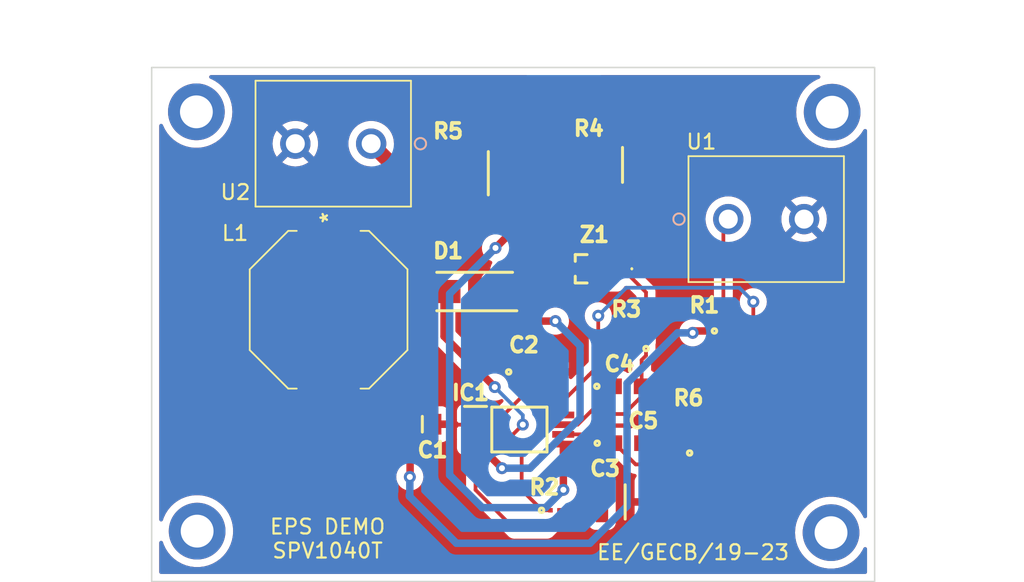
<source format=kicad_pcb>
(kicad_pcb (version 20211014) (generator pcbnew)
  (layers (0 "F.Cu" signal) (31 "B.Cu" signal) (34 "B.Paste" user) (35 "F.Paste" user) (36 "B.SilkS" user "B.Silkscreen") (37 "F.SilkS" user "F.Silkscreen") (38 "B.Mask" user) (39 "F.Mask" user) (44 "Edge.Cuts" user))
  (net 0 "")
  (net 1 "GND")
  (net 2 "Net-(C1-Pad2)")
  (net 3 "Net-(C2-Pad1)")
  (net 4 "Net-(C3-Pad1)")
  (net 5 "Net-(C4-Pad1)")
  (net 6 "Net-(C4-Pad2)")
  (net 7 "Net-(C5-Pad1)")
  (net 8 "Net-(R3-Pad2)")
  (net 9 "Net-(IC1-Pad3)")
  (footprint "myfootprints:SRU1038-100Y" (layer "F.Cu") (at 110.89025 114.0208 -90)
    (fp_text reference "L1" (at -5.131 6.26765 180) (layer "F.SilkS"))
    (fp_text value "SRU1038-100Y" hide)
    (fp_text user "*" (at -6.1722 0 90) (layer "F.SilkS"))
    (fp_text user "*" (at -6.1722 0 90) (layer "F.SilkS"))
    (fp_line (start -2.7051 5.2832) (end 2.7051 5.2832) (layer "F.SilkS") (width 0.12))
    (fp_line (start -2.7051 -5.2832) (end -5.2832 -2.7051) (layer "F.SilkS") (width 0.12))
    (fp_line (start 5.2832 -2.7051) (end 2.7051 -5.2832) (layer "F.SilkS") (width 0.12))
    (fp_line (start -5.2832 2.7051) (end -2.7051 5.2832) (layer "F.SilkS") (width 0.12))
    (fp_line (start 2.7051 -5.2832) (end -2.7051 -5.2832) (layer "F.SilkS") (width 0.12))
    (fp_line (start 2.7051 5.2832) (end 5.2832 2.7051) (layer "F.SilkS") (width 0.12))
    (fp_line (start -5.2832 2.13614) (end -5.2832 2.7051) (layer "F.SilkS") (width 0.12))
    (fp_line (start 5.2832 -2.13614) (end 5.2832 -2.7051) (layer "F.SilkS") (width 0.12))
    (fp_line (start 5.2832 2.7051) (end 5.2832 2.13614) (layer "F.SilkS") (width 0.12))
    (fp_line (start -5.2832 -2.7051) (end -5.2832 -2.13614) (layer "F.SilkS") (width 0.12))
    (pad "1" smd rect locked (at -4.4958 0 270) (size 1.8034 3.6068) (layers "F.Cu" "F.Paste" "F.Mask") (net 9 "Net-(IC1-Pad3)"))
    (pad "2" smd rect locked (at 4.4958 0 270) (size 1.8034 3.6068) (layers "F.Cu" "F.Paste" "F.Mask") (net 2 "Net-(C1-Pad2)"))
  )
  (footprint "MountingHole:MountingHole_2.2mm_M2_DIN965_Pad" (layer "F.Cu") (at 144.5514 128.9558)
    (fp_text reference "REF**" hide)
    (fp_text value "MountingHole_2.2mm_M2_DIN965_Pad" hide)
    (pad "1" thru_hole circle (at 0 0) (size 3.8 3.8) (drill 2.2) (layers *.Cu *.Mask))
  )
  (footprint "myfootprints:STPS2150A" (layer "F.Cu") (at 120.6754 112.8014 180)
    (fp_text reference "D1" (at 1.778 2.7178) (layer "F.SilkS") (effects (font (thickness 0.25))))
    (fp_text value "STPS2150A" hide)
    (fp_line (start -2.538 1.288) (end 2.538 1.288) (layer "F.SilkS") (width 0.2))
    (fp_line (start 2.538 -1.288) (end -2.825 -1.288) (layer "F.SilkS") (width 0.2))
    (pad "1" smd rect locked (at -2.05 0 270) (size 1.55 2.2) (layers "F.Cu" "F.Paste" "F.Mask") (net 4 "Net-(C3-Pad1)"))
    (pad "2" smd rect locked (at 2.05 0 270) (size 1.55 2.2) (layers "F.Cu" "F.Paste" "F.Mask") (net 9 "Net-(IC1-Pad3)"))
  )
  (footprint "myfootprints:WSL2010R1100FEA" (layer "F.Cu") (at 130.5814 104.3178)
    (fp_text reference "R4" (at -2.2606 -2.4384) (layer "F.SilkS") (effects (font (thickness 0.25))))
    (fp_text value "WSL2010R1100FEA" hide)
    (fp_line (start 0 -1.17) (end 0 1.17) (layer "F.SilkS") (width 0.2))
    (pad "1" smd rect locked (at -2.4 0) (size 1.2 2.8) (layers "F.Cu" "F.Paste" "F.Mask") (net 4 "Net-(C3-Pad1)"))
    (pad "2" smd rect locked (at 2.4 0) (size 1.2 2.8) (layers "F.Cu" "F.Paste" "F.Mask") (net 8 "Net-(R3-Pad2)"))
  )
  (footprint "myfootprints:SMM4F5.0A-TR" (layer "F.Cu") (at 129.3054 111.2774)
    (fp_text reference "Z1" (at -0.6036 -2.286) (layer "F.SilkS") (effects (font (thickness 0.25))))
    (fp_text value "SMM4F5.0A-TR" hide)
    (fp_line (start -1.89 -0.95) (end -1.89 -0.5) (layer "F.SilkS") (width 0.2))
    (fp_line (start -1.89 0.95) (end -1.1 0.95) (layer "F.SilkS") (width 0.2))
    (fp_line (start -1.1 -0.95) (end -1.89 -0.95) (layer "F.SilkS") (width 0.2))
    (fp_line (start -1.89 0.5) (end -1.89 0.95) (layer "F.SilkS") (width 0.2))
    (fp_line (start 1.9 -0.05) (end 1.9 -0.05) (layer "F.SilkS") (width 0.1))
    (fp_line (start 1.9 0.05) (end 1.9 0.05) (layer "F.SilkS") (width 0.1))
    (fp_arc (start 1.9 0.05) (mid 1.85 0) (end 1.9 -0.05) (layer "F.SilkS") (width 0.1))
    (fp_arc (start 1.9 -0.05) (mid 1.95 0) (end 1.9 0.05) (layer "F.SilkS") (width 0.1))
    (pad "1" smd rect locked (at 1.275 0) (size 0.75 0.85) (layers "F.Cu" "F.Paste" "F.Mask") (net 8 "Net-(R3-Pad2)"))
    (pad "2" smd rect locked (at -2.05 0 90) (size 0.55 0.7) (layers "F.Cu" "F.Paste" "F.Mask") (net 1 "GND"))
    (pad "3" smd rect locked (at 0 0) (size 1.8 2.04) (layers "F.Cu" "F.Paste" "F.Mask") (net 8 "Net-(R3-Pad2)"))
  )
  (footprint "MountingHole:MountingHole_2.2mm_M2_DIN965_Pad" (layer "F.Cu") (at 144.6276 100.7872)
    (fp_text reference "REF**" hide)
    (fp_text value "MountingHole_2.2mm_M2_DIN965_Pad" hide)
    (pad "1" thru_hole circle (at 0 0) (size 3.8 3.8) (drill 2.2) (layers *.Cu *.Mask))
  )
  (footprint "myfootprints:CMP2512-FX-3903ELF" (layer "F.Cu") (at 121.5898 104.8766)
    (fp_text reference "R5" (at -2.6924 -2.8194) (layer "F.SilkS") (effects (font (thickness 0.25))))
    (fp_text value "CMP2512-FX-3903ELF" hide)
    (fp_line (start 0 -1.45) (end 0 1.45) (layer "F.SilkS") (width 0.2))
    (pad "1" smd rect locked (at -2.45 0) (size 2.45 3.3) (layers "F.Cu" "F.Paste" "F.Mask") (net 8 "Net-(R3-Pad2)"))
    (pad "2" smd rect locked (at 2.45 0) (size 2.45 3.3) (layers "F.Cu" "F.Paste" "F.Mask") (net 7 "Net-(C5-Pad1)"))
  )
  (footprint "myfootprints:SPV1040T" (layer "F.Cu") (at 123.6726 122.047)
    (fp_text reference "IC1" (at -3.2766 -2.4638) (layer "F.SilkS") (effects (font (thickness 0.25))))
    (fp_text value "SPV1040T" hide)
    (fp_line (start -1.85 1.5) (end -1.85 -1.5) (layer "F.SilkS") (width 0.2))
    (fp_line (start -3.675 -1.55) (end -2.2 -1.55) (layer "F.SilkS") (width 0.2))
    (fp_line (start 1.85 -1.5) (end 1.85 1.5) (layer "F.SilkS") (width 0.2))
    (fp_line (start 1.85 1.5) (end -1.85 1.5) (layer "F.SilkS") (width 0.2))
    (fp_line (start -1.85 -1.5) (end 1.85 -1.5) (layer "F.SilkS") (width 0.2))
    (pad "1" smd rect locked (at -2.938 -0.975 90) (size 0.45 1.475) (layers "F.Cu" "F.Paste" "F.Mask") (net 3 "Net-(C2-Pad1)"))
    (pad "2" smd rect locked (at -2.938 -0.325 90) (size 0.45 1.475) (layers "F.Cu" "F.Paste" "F.Mask") (net 1 "GND"))
    (pad "3" smd rect locked (at -2.938 0.325 90) (size 0.45 1.475) (layers "F.Cu" "F.Paste" "F.Mask") (net 9 "Net-(IC1-Pad3)"))
    (pad "4" smd rect locked (at -2.938 0.975 90) (size 0.45 1.475) (layers "F.Cu" "F.Paste" "F.Mask") (net 4 "Net-(C3-Pad1)"))
    (pad "5" smd rect locked (at 2.938 0.975 90) (size 0.45 1.475) (layers "F.Cu" "F.Paste" "F.Mask") (net 7 "Net-(C5-Pad1)"))
    (pad "6" smd rect locked (at 2.938 0.325 90) (size 0.45 1.475) (layers "F.Cu" "F.Paste" "F.Mask") (net 6 "Net-(C4-Pad2)"))
    (pad "7" smd rect locked (at 2.938 -0.325 90) (size 0.45 1.475) (layers "F.Cu" "F.Paste" "F.Mask") (net 5 "Net-(C4-Pad1)"))
    (pad "8" smd rect locked (at 2.938 -0.975 90) (size 0.45 1.475) (layers "F.Cu" "F.Paste" "F.Mask") (net 3 "Net-(C2-Pad1)"))
  )
  (footprint "myfootprints:282837-2" (layer "F.Cu") (at 137.668 107.95)
    (fp_text reference "U1" (at -1.8034 -5.1816 180) (layer "F.SilkS"))
    (fp_text value "282837-2" hide)
    (fp_text user "*" (at 0 0) (layer "F.SilkS"))
    (fp_circle (center -3.302 0) (end -2.921 0) (layer "B.SilkS") (width 0.12) (fill none))
    (fp_line (start 7.747 4.2164) (end 7.747 -4.2164) (layer "F.SilkS") (width 0.12))
    (fp_line (start -2.667 4.2164) (end 7.747 4.2164) (layer "F.SilkS") (width 0.12))
    (fp_line (start -2.667 -4.2164) (end -2.667 4.2164) (layer "F.SilkS") (width 0.12))
    (fp_line (start 7.747 -4.2164) (end -2.667 -4.2164) (layer "F.SilkS") (width 0.12))
    (fp_circle (center -3.302 0) (end -2.921 0) (layer "F.SilkS") (width 0.12) (fill none))
    (pad "1" thru_hole circle (at 0 0) (size 2.032 2.032) (drill 1.27) (layers *.Cu *.Mask) (net 2 "Net-(C1-Pad2)"))
    (pad "2" thru_hole circle (at 5.08 0) (size 2.032 2.032) (drill 1.27) (layers *.Cu *.Mask) (net 1 "GND"))
  )
  (footprint "myfootprints:C2012C0G1H102J060AA" (layer "F.Cu") (at 130.9624 122.9614)
    (fp_text reference "C5" (at 1.016 -1.4986) (layer "F.SilkS") (effects (font (thickness 0.25))))
    (fp_text value "C2012C0G1H102J060AA" hide)
    (fp_circle (center -2.075 0) (end -2.075 0.05) (layer "F.SilkS") (width 0.2) (fill none))
    (pad "1" smd rect locked (at -0.925 0 90) (size 1.05 1.05) (layers "F.Cu" "F.Paste" "F.Mask") (net 7 "Net-(C5-Pad1)"))
    (pad "2" smd rect locked (at 0.925 0 90) (size 1.05 1.05) (layers "F.Cu" "F.Paste" "F.Mask") (net 1 "GND"))
  )
  (footprint "MountingHole:MountingHole_2.2mm_M2_DIN965_Pad" (layer "F.Cu") (at 102.0318 100.7618)
    (fp_text reference "REF**" hide)
    (fp_text value "MountingHole_2.2mm_M2_DIN965_Pad" hide)
    (pad "1" thru_hole circle (at 0 0) (size 3.8 3.8) (drill 2.2) (layers *.Cu *.Mask))
  )
  (footprint "myfootprints:C2012X7R1C105K125AA" (layer "F.Cu") (at 130.937 119.1514)
    (fp_text reference "C4" (at -0.5588 -1.4986) (layer "F.SilkS") (effects (font (thickness 0.25))))
    (fp_text value "C2012X7R1C105K125AA" hide)
    (fp_circle (center -2.075 0) (end -2.075 0.05) (layer "F.SilkS") (width 0.2) (fill none))
    (pad "1" smd rect locked (at -0.925 0 90) (size 1.05 1.05) (layers "F.Cu" "F.Paste" "F.Mask") (net 5 "Net-(C4-Pad1)"))
    (pad "2" smd rect locked (at 0.925 0 90) (size 1.05 1.05) (layers "F.Cu" "F.Paste" "F.Mask") (net 6 "Net-(C4-Pad2)"))
  )
  (footprint "MountingHole:MountingHole_2.2mm_M2_DIN965_Pad" (layer "F.Cu") (at 102.0826 128.8542)
    (fp_text reference "REF**" hide)
    (fp_text value "MountingHole_2.2mm_M2_DIN965_Pad" hide)
    (pad "1" thru_hole circle (at 0 0) (size 3.8 3.8) (drill 2.2) (layers *.Cu *.Mask))
  )
  (footprint "myfootprints:ERA-1AEB102C" (layer "F.Cu") (at 137.6386 115.443)
    (fp_text reference "R1" (at -1.5708 -1.7272) (layer "F.SilkS") (effects (font (thickness 0.25))))
    (fp_text value "ERA-1AEB102C" hide)
    (fp_circle (center -0.9 0) (end -0.9 0.05) (layer "F.SilkS") (width 0.2) (fill none))
    (pad "1" smd rect locked (at -0.3 0 90) (size 0.3 0.3) (layers "F.Cu" "F.Paste" "F.Mask") (net 2 "Net-(C1-Pad2)"))
    (pad "2" smd rect locked (at 0.3 0 90) (size 0.3 0.3) (layers "F.Cu" "F.Paste" "F.Mask") (net 3 "Net-(C2-Pad1)"))
  )
  (footprint "myfootprints:GRM32ER71A226KE20L" (layer "F.Cu") (at 130.7592 126.8984)
    (fp_text reference "C3" (at -1.3462 -2.2352) (layer "F.SilkS") (effects (font (thickness 0.25))))
    (fp_text value "GRM32ER71A226KE20L" hide)
    (fp_line (start 0 -1.15) (end 0 1.15) (layer "F.SilkS") (width 0.2))
    (pad "1" smd rect locked (at -1.55 0) (size 0.82 2.72) (layers "F.Cu" "F.Paste" "F.Mask") (net 4 "Net-(C3-Pad1)"))
    (pad "2" smd rect locked (at 1.55 0) (size 0.82 2.72) (layers "F.Cu" "F.Paste" "F.Mask") (net 1 "GND"))
  )
  (footprint "myfootprints:ERA-1AEB102C" (layer "F.Cu") (at 126.0562 127.4572)
    (fp_text reference "R2" (at -0.7072 -1.5494) (layer "F.SilkS") (effects (font (thickness 0.25))))
    (fp_text value "ERA-1AEB102C" hide)
    (fp_circle (center -0.9 0) (end -0.9 0.05) (layer "F.SilkS") (width 0.2) (fill none))
    (pad "1" smd rect locked (at -0.3 0 90) (size 0.3 0.3) (layers "F.Cu" "F.Paste" "F.Mask") (net 5 "Net-(C4-Pad1)"))
    (pad "2" smd rect locked (at 0.3 0 90) (size 0.3 0.3) (layers "F.Cu" "F.Paste" "F.Mask") (net 4 "Net-(C3-Pad1)"))
  )
  (footprint "myfootprints:282837-2" (layer "F.Cu") (at 113.7412 102.8954 180)
    (fp_text reference "U2" (at 9.0932 -3.2512 180) (layer "F.SilkS"))
    (fp_text value "282837-2" hide)
    (fp_text user "*" (at 0 0) (layer "F.SilkS"))
    (fp_circle (center -3.302 0) (end -2.921 0) (layer "B.SilkS") (width 0.12) (fill none))
    (fp_line (start 7.747 -4.2164) (end -2.667 -4.2164) (layer "F.SilkS") (width 0.12))
    (fp_line (start -2.667 4.2164) (end 7.747 4.2164) (layer "F.SilkS") (width 0.12))
    (fp_line (start 7.747 4.2164) (end 7.747 -4.2164) (layer "F.SilkS") (width 0.12))
    (fp_line (start -2.667 -4.2164) (end -2.667 4.2164) (layer "F.SilkS") (width 0.12))
    (fp_circle (center -3.302 0) (end -2.921 0) (layer "F.SilkS") (width 0.12) (fill none))
    (pad "1" thru_hole circle (at 0 0 180) (size 2.032 2.032) (drill 1.27) (layers *.Cu *.Mask) (net 8 "Net-(R3-Pad2)"))
    (pad "2" thru_hole circle (at 5.08 0 180) (size 2.032 2.032) (drill 1.27) (layers *.Cu *.Mask) (net 1 "GND"))
  )
  (footprint "myfootprints:ERJ-UP3F1303V" (layer "F.Cu") (at 135.0772 122.4442 90)
    (fp_text reference "R6" (at 2.5054 -0.0762 180) (layer "F.SilkS") (effects (font (thickness 0.25))))
    (fp_text value "ERJ-UP3F1303V" hide)
    (fp_circle (center -1.175 0) (end -1.175 0.05) (layer "F.SilkS") (width 0.2) (fill none))
    (pad "1" smd rect locked (at -0.575 0 90) (size 0.65 0.9) (layers "F.Cu" "F.Paste" "F.Mask") (net 7 "Net-(C5-Pad1)"))
    (pad "2" smd rect locked (at 0.575 0 90) (size 0.65 0.9) (layers "F.Cu" "F.Paste" "F.Mask") (net 1 "GND"))
  )
  (footprint "myfootprints:ERA-1AEB102C" (layer "F.Cu") (at 132.1562 115.7224 90)
    (fp_text reference "R3" (at 1.7272 -1.3208 180) (layer "F.SilkS") (effects (font (thickness 0.25))))
    (fp_text value "ERA-1AEB102C" hide)
    (fp_circle (center -0.9 0) (end -0.9 0.05) (layer "F.SilkS") (width 0.2) (fill none))
    (pad "1" smd rect locked (at -0.3 0 180) (size 0.3 0.3) (layers "F.Cu" "F.Paste" "F.Mask") (net 6 "Net-(C4-Pad2)"))
    (pad "2" smd rect locked (at 0.3 0 180) (size 0.3 0.3) (layers "F.Cu" "F.Paste" "F.Mask") (net 8 "Net-(R3-Pad2)"))
  )
  (footprint "myfootprints:GRM21BR61C106KE15K" (layer "F.Cu") (at 117.1702 121.6914 180)
    (fp_text reference "C1" (at -0.6858 -1.7272) (layer "F.SilkS") (effects (font (thickness 0.25))))
    (fp_text value "GRM21BR61C106KE15K" hide)
    (fp_line (start 0 -0.525) (end 0 0.525) (layer "F.SilkS") (width 0.2))
    (pad "1" smd rect locked (at -0.82 0 180) (size 0.91 1.39) (layers "F.Cu" "F.Paste" "F.Mask") (net 1 "GND"))
    (pad "2" smd rect locked (at 0.82 0 180) (size 0.91 1.39) (layers "F.Cu" "F.Paste" "F.Mask") (net 2 "Net-(C1-Pad2)"))
  )
  (footprint "myfootprints:C2012C0G1H102J060AA" (layer "F.Cu") (at 125.0294 118.1862)
    (fp_text reference "C2" (at -1.052 -1.8034) (layer "F.SilkS") (effects (font (thickness 0.25))))
    (fp_text value "C2012C0G1H102J060AA" hide)
    (fp_circle (center -2.075 0) (end -2.075 0.05) (layer "F.SilkS") (width 0.2) (fill none))
    (pad "1" smd rect locked (at -0.925 0 90) (size 1.05 1.05) (layers "F.Cu" "F.Paste" "F.Mask") (net 3 "Net-(C2-Pad1)"))
    (pad "2" smd rect locked (at 0.925 0 90) (size 1.05 1.05) (layers "F.Cu" "F.Paste" "F.Mask") (net 1 "GND"))
  )
  (gr_rect (start 99.0346 97.79) (end 147.4724 132.2324) (layer "Edge.Cuts") (width 0.1) (fill none))
  (gr_text "EE/GECB/19-23" (at 135.3058 130.2766) (layer "F.SilkS") (effects (font (size 1 1))))
  (gr_text "EPS DEMO\nSPV1040T" (at 110.8202 129.3622) (layer "F.SilkS") (effects (font (size 1 1))))
  (segment (start 118.0208 121.722) (end 117.9902 121.6914) (width 0.25) (layer "F.Cu") (net 1))
  (segment (start 120.7346 121.722) (end 118.0208 121.722) (width 0.25) (layer "F.Cu") (net 1))
  (segment (start 137.3386 115.443) (end 135.4074 115.443) (width 0.5) (layer "F.Cu") (net 2))
  (segment (start 110.89025 120.44065) (end 112.141 121.6914) (width 1) (layer "F.Cu") (net 2))
  (segment (start 112.141 121.6914) (end 116.3502 121.6914) (width 1) (layer "F.Cu") (net 2))
  (segment (start 110.89025 118.5166) (end 110.89025 120.44065) (width 1) (layer "F.Cu") (net 2))
  (segment (start 116.3502 125.2038) (end 116.332 125.222) (width 0.5) (layer "F.Cu") (net 2))
  (segment (start 116.3502 121.6914) (end 116.3502 125.2038) (width 0.5) (layer "F.Cu") (net 2))
  (segment (start 135.4074 115.443) (end 135.2804 115.57) (width 0.5) (layer "F.Cu") (net 2))
  (segment (start 137.3386 115.443) (end 137.3386 108.2794) (width 0.25) (layer "F.Cu") (net 2))
  (segment (start 137.3386 108.2794) (end 137.668 107.95) (width 0.25) (layer "F.Cu") (net 2))
  (via (at 116.332 125.222) (size 0.8) (drill 0.4) (layers "F.Cu" "B.Cu") (net 2))
  (via (at 135.2804 115.57) (size 0.8) (drill 0.4) (layers "F.Cu" "B.Cu") (net 2))
  (segment (start 130.8862 118.9482) (end 134.2644 115.57) (width 0.5) (layer "B.Cu") (net 2))
  (segment (start 119.4562 129.667) (end 128.397 129.667) (width 0.5) (layer "B.Cu") (net 2))
  (segment (start 116.332 125.222) (end 116.332 126.3904) (width 0.5) (layer "B.Cu") (net 2))
  (segment (start 134.2644 115.57) (end 135.2804 115.57) (width 0.5) (layer "B.Cu") (net 2))
  (segment (start 128.397 129.667) (end 130.8862 127.1778) (width 0.5) (layer "B.Cu") (net 2))
  (segment (start 116.3066 126.4158) (end 116.3066 126.5174) (width 0.5) (layer "B.Cu") (net 2))
  (segment (start 116.3066 126.5174) (end 119.4562 129.667) (width 0.5) (layer "B.Cu") (net 2))
  (segment (start 116.332 126.3904) (end 116.3066 126.4158) (width 0.5) (layer "B.Cu") (net 2))
  (segment (start 130.8862 127.1778) (end 130.8862 118.9482) (width 0.5) (layer "B.Cu") (net 2))
  (segment (start 139.0142 115.443) (end 137.9386 115.443) (width 0.25) (layer "F.Cu") (net 3))
  (segment (start 128.3208 118.4148) (end 128.9558 117.7798) (width 0.25) (layer "F.Cu") (net 3))
  (segment (start 126.6106 120.125) (end 128.3208 118.4148) (width 0.25) (layer "F.Cu") (net 3))
  (segment (start 139.3444 113.4872) (end 139.3444 115.1128) (width 0.25) (layer "F.Cu") (net 3))
  (segment (start 122.6058 121.0818) (end 122.596 121.072) (width 0.25) (layer "F.Cu") (net 3))
  (segment (start 124.1044 118.1862) (end 124.1044 119.5832) (width 0.25) (layer "F.Cu") (net 3))
  (segment (start 128.9558 117.7798) (end 128.9558 114.427) (width 0.25) (layer "F.Cu") (net 3))
  (segment (start 122.596 121.072) (end 120.7346 121.072) (width 0.25) (layer "F.Cu") (net 3))
  (segment (start 125.5932 121.072) (end 126.6106 121.072) (width 0.25) (layer "F.Cu") (net 3))
  (segment (start 124.1044 119.5832) (end 125.5932 121.072) (width 0.25) (layer "F.Cu") (net 3))
  (segment (start 124.1044 119.5832) (end 122.6058 121.0818) (width 0.25) (layer "F.Cu") (net 3))
  (segment (start 139.3444 115.1128) (end 139.0142 115.443) (width 0.25) (layer "F.Cu") (net 3))
  (segment (start 126.6106 121.072) (end 126.6106 120.125) (width 0.25) (layer "F.Cu") (net 3))
  (via (at 128.9558 114.427) (size 0.8) (drill 0.4) (layers "F.Cu" "B.Cu") (net 3))
  (via (at 139.3444 113.4872) (size 0.8) (drill 0.4) (layers "F.Cu" "B.Cu") (net 3))
  (segment (start 138.4046 112.5474) (end 139.3444 113.4872) (width 0.25) (layer "B.Cu") (net 3))
  (segment (start 130.8354 112.5474) (end 135.9408 112.5474) (width 0.25) (layer "B.Cu") (net 3))
  (segment (start 128.9558 114.427) (end 130.8354 112.5474) (width 0.25) (layer "B.Cu") (net 3))
  (segment (start 135.9408 112.5474) (end 138.4046 112.5474) (width 0.25) (layer "B.Cu") (net 3))
  (segment (start 126.3562 127.8572) (end 126.3562 127.4572) (width 0.25) (layer "F.Cu") (net 4))
  (segment (start 128.1814 107.175) (end 128.1814 104.3178) (width 1) (layer "F.Cu") (net 4))
  (segment (start 124.7066 114.7826) (end 122.7254 112.8014) (width 0.5) (layer "F.Cu") (net 4))
  (segment (start 120.9134 123.047) (end 120.7346 123.047) (width 0.5) (layer "F.Cu") (net 4))
  (segment (start 128.6504 127.4572) (end 129.2092 126.8984) (width 0.25) (layer "F.Cu") (net 4))
  (segment (start 126.0856 114.7826) (end 124.7066 114.7826) (width 0.5) (layer "F.Cu") (net 4))
  (segment (start 120.7346 123.022) (end 120.7346 126.094) (width 0.25) (layer "F.Cu") (net 4))
  (segment (start 127 108.3564) (end 125.7808 108.3564) (width 1) (layer "F.Cu") (net 4))
  (segment (start 120.7346 126.094) (end 123.3678 128.7272) (width 0.25) (layer "F.Cu") (net 4))
  (segment (start 122.5042 124.6378) (end 120.9134 123.047) (width 0.5) (layer "F.Cu") (net 4))
  (segment (start 125.4862 128.7272) (end 126.3562 127.8572) (width 0.25) (layer "F.Cu") (net 4))
  (segment (start 123.3678 128.7272) (end 125.4862 128.7272) (width 0.25) (layer "F.Cu") (net 4))
  (segment (start 128.1814 107.175) (end 127 108.3564) (width 1) (layer "F.Cu") (net 4))
  (segment (start 125.7808 108.3564) (end 122.7254 111.4118) (width 1) (layer "F.Cu") (net 4))
  (segment (start 126.3562 127.4572) (end 128.6504 127.4572) (width 0.25) (layer "F.Cu") (net 4))
  (segment (start 122.7254 111.4118) (end 122.7254 112.8014) (width 1) (layer "F.Cu") (net 4))
  (via (at 122.5042 124.6378) (size 0.8) (drill 0.4) (layers "F.Cu" "B.Cu") (net 4))
  (via (at 126.0856 114.7826) (size 0.8) (drill 0.4) (layers "F.Cu" "B.Cu") (net 4))
  (segment (start 126.0856 114.7826) (end 127.7366 116.4336) (width 0.5) (layer "B.Cu") (net 4))
  (segment (start 127.7366 116.4336) (end 127.7366 116.9162) (width 0.5) (layer "B.Cu") (net 4))
  (segment (start 127.7366 121.285) (end 124.7648 124.2568) (width 0.5) (layer "B.Cu") (net 4))
  (segment (start 124.3838 124.6378) (end 122.5042 124.6378) (width 0.5) (layer "B.Cu") (net 4))
  (segment (start 127.7366 116.9162) (end 127.7366 121.285) (width 0.5) (layer "B.Cu") (net 4))
  (segment (start 124.7648 124.2568) (end 124.3838 124.6378) (width 0.5) (layer "B.Cu") (net 4))
  (segment (start 125.7562 127.4572) (end 125.1966 127.4572) (width 0.25) (layer "F.Cu") (net 5))
  (segment (start 127.5731 121.722) (end 130.012 119.2831) (width 0.25) (layer "F.Cu") (net 5))
  (segment (start 123.825 126.0856) (end 123.825 123.5451) (width 0.25) (layer "F.Cu") (net 5))
  (segment (start 123.825 123.5451) (end 125.6481 121.722) (width 0.25) (layer "F.Cu") (net 5))
  (segment (start 125.6481 121.722) (end 126.6106 121.722) (width 0.25) (layer "F.Cu") (net 5))
  (segment (start 130.012 119.2831) (end 130.012 119.1514) (width 0.25) (layer "F.Cu") (net 5))
  (segment (start 125.1966 127.4572) (end 123.825 126.0856) (width 0.25) (layer "F.Cu") (net 5))
  (segment (start 126.6106 121.722) (end 127.5731 121.722) (width 0.25) (layer "F.Cu") (net 5))
  (segment (start 130.683 121.0056) (end 131.862 119.8266) (width 0.25) (layer "F.Cu") (net 6))
  (segment (start 131.862 119.1514) (end 131.862 117.3882) (width 0.25) (layer "F.Cu") (net 6))
  (segment (start 132.1562 117.094) (end 132.1562 116.0224) (width 0.25) (layer "F.Cu") (net 6))
  (segment (start 131.862 117.3882) (end 132.1562 117.094) (width 0.25) (layer "F.Cu") (net 6))
  (segment (start 127.9958 122.372) (end 129.3622 121.0056) (width 0.25) (layer "F.Cu") (net 6))
  (segment (start 129.3622 121.0056) (end 130.683 121.0056) (width 0.25) (layer "F.Cu") (net 6))
  (segment (start 126.6106 122.372) (end 127.9958 122.372) (width 0.25) (layer "F.Cu") (net 6))
  (segment (start 131.862 119.8266) (end 131.862 119.1514) (width 0.25) (layer "F.Cu") (net 6))
  (segment (start 131.4598 124.3838) (end 134.6708 124.3838) (width 0.25) (layer "F.Cu") (net 7))
  (segment (start 135.0772 123.9774) (end 135.0772 123.0192) (width 0.25) (layer "F.Cu") (net 7))
  (segment (start 126.619 126.0856) (end 126.619 123.047) (width 0.5) (layer "F.Cu") (net 7))
  (segment (start 130.0374 122.9614) (end 131.4598 124.3838) (width 0.25) (layer "F.Cu") (net 7))
  (segment (start 126.6106 123.022) (end 129.9768 123.022) (width 0.25) (layer "F.Cu") (net 7))
  (segment (start 126.619 123.047) (end 126.6106 123.047) (width 0.5) (layer "F.Cu") (net 7))
  (segment (start 124.0398 107.913) (end 122.0724 109.8804) (width 0.5) (layer "F.Cu") (net 7))
  (segment (start 124.0398 104.8766) (end 124.0398 107.913) (width 0.5) (layer "F.Cu") (net 7))
  (segment (start 129.9768 123.022) (end 130.0374 122.9614) (width 0.25) (layer "F.Cu") (net 7))
  (segment (start 134.6708 124.3838) (end 135.0772 123.9774) (width 0.25) (layer "F.Cu") (net 7))
  (via (at 126.619 126.0856) (size 0.8) (drill 0.4) (layers "F.Cu" "B.Cu") (net 7))
  (via (at 122.0724 109.8804) (size 0.8) (drill 0.4) (layers "F.Cu" "B.Cu") (net 7))
  (segment (start 118.999 125.095) (end 121.1834 127.2794) (width 0.5) (layer "B.Cu") (net 7))
  (segment (start 125.4252 127.2794) (end 126.619 126.0856) (width 0.5) (layer "B.Cu") (net 7))
  (segment (start 122.0724 109.8804) (end 118.999 112.9538) (width 0.5) (layer "B.Cu") (net 7))
  (segment (start 121.1834 127.2794) (end 124.968 127.2794) (width 0.5) (layer "B.Cu") (net 7))
  (segment (start 124.968 127.2794) (end 125.4252 127.2794) (width 0.5) (layer "B.Cu") (net 7))
  (segment (start 118.999 112.9538) (end 118.999 125.095) (width 0.5) (layer "B.Cu") (net 7))
  (segment (start 119.1398 104.8766) (end 115.7224 104.8766) (width 1) (layer "F.Cu") (net 8))
  (segment (start 132.9814 103.7046) (end 132.9814 104.3178) (width 1) (layer "F.Cu") (net 8))
  (segment (start 132.1562 112.8532) (end 130.5804 111.2774) (width 0.25) (layer "F.Cu") (net 8))
  (segment (start 119.1398 104.8766) (end 124.5326 99.4838) (width 1) (layer "F.Cu") (net 8))
  (segment (start 124.5326 99.4838) (end 128.7606 99.4838) (width 1) (layer "F.Cu") (net 8))
  (segment (start 128.7606 99.4838) (end 132.9814 103.7046) (width 1) (layer "F.Cu") (net 8))
  (segment (start 132.9814 104.3178) (end 132.9814 108.8764) (width 0.5) (layer "F.Cu") (net 8))
  (segment (start 115.7224 104.8766) (end 113.7412 102.8954) (width 1) (layer "F.Cu") (net 8))
  (segment (start 132.1562 115.4224) (end 132.1562 112.8532) (width 0.25) (layer "F.Cu") (net 8))
  (segment (start 132.9814 108.8764) (end 130.5804 111.2774) (width 0.5) (layer "F.Cu") (net 8))
  (segment (start 118.6254 112.8014) (end 114.16665 112.8014) (width 1) (layer "F.Cu") (net 9))
  (segment (start 123.9012 121.7168) (end 123.246 122.372) (width 0.25) (layer "F.Cu") (net 9))
  (segment (start 118.6254 115.806) (end 118.6254 112.8014) (width 0.5) (layer "F.Cu") (net 9))
  (segment (start 114.16665 112.8014) (end 110.89025 109.525) (width 1) (layer "F.Cu") (net 9))
  (segment (start 122.0216 119.2022) (end 118.6254 115.806) (width 0.5) (layer "F.Cu") (net 9))
  (segment (start 123.246 122.372) (end 120.7346 122.372) (width 0.25) (layer "F.Cu") (net 9))
  (via (at 122.0216 119.2022) (size 0.8) (drill 0.4) (layers "F.Cu" "B.Cu") (net 9))
  (via (at 123.9012 121.7168) (size 0.8) (drill 0.4) (layers "F.Cu" "B.Cu") (net 9))
  (segment (start 123.9012 121.0818) (end 123.9012 121.7168) (width 0.25) (layer "B.Cu") (net 9))
  (segment (start 122.0216 119.2022) (end 123.9012 121.0818) (width 0.25) (layer "B.Cu") (net 9))
  (zone (net 1) (net_name "GND") (layer "F.Cu") (connect_pads (clearance 0.508)) (min_thickness 0.254) (fill yes (thermal_gap 0.508) (thermal_bridge_width 0.508) (smoothing chamfer) (radius 0.7))
    (polygon (pts (xy 89.02644 97.7646) (xy 157.48 97.7646) (xy 157.48 132.2578) (xy 88.8746 132.1816) (xy 89.02644 97.7646) (xy 88.8746 97.7646) (xy 89.027 97.6376)))
  )
  (zone (net 1) (net_name "GND") (layer "B.Cu") (connect_pads (clearance 0.508)) (min_thickness 0.254) (fill yes (thermal_gap 0.508) (thermal_bridge_width 0.508) (smoothing chamfer) (radius 0.7))
    (polygon (pts (xy 88.9508 97.8408) (xy 157.48 97.7392) (xy 157.4546 132.2832) (xy 88.9 132.2832) (xy 88.9 97.6122)))
  )
)
</source>
